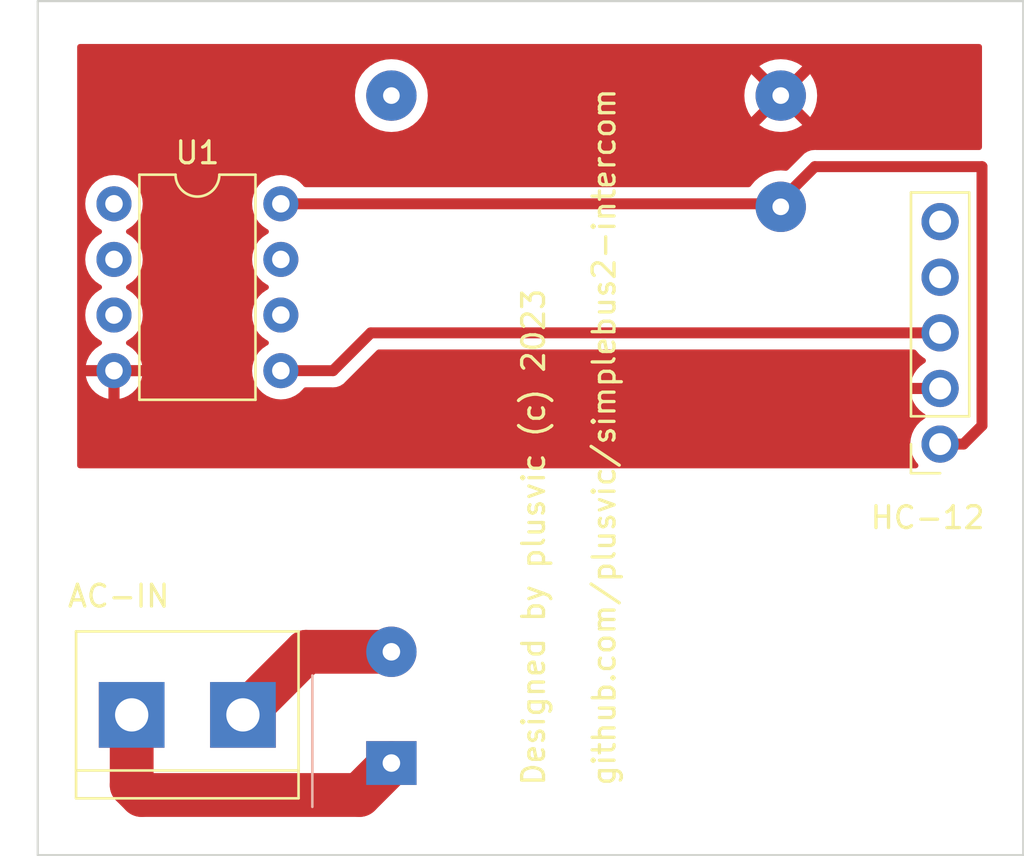
<source format=kicad_pcb>
(kicad_pcb (version 20211014) (generator pcbnew)
  (layers (0 "F.Cu" signal) (31 "B.Cu" signal) (34 "B.Paste" user) (35 "F.Paste" user) (36 "B.SilkS" user "B.Silkscreen") (37 "F.SilkS" user "F.Silkscreen") (38 "B.Mask" user) (39 "F.Mask" user) (44 "Edge.Cuts" user))
  (net 0 "")
  (net 4 "Net-(J1-Pad3)")
  (net 7 "Vcc")
  (net 8 "GND")
  (net 11 "Net-(J2-Pad1)")
  (net 13 "Net-(PS1-Pad3)")
  (footprint "TerminalBlock:TerminalBlock_bornier-2_P5.08mm" (layer "F.Cu") (at 32.290015 60.595007)
    (fp_text reference "AC-IN" (at -0.595444 -5.422014) (layer "F.SilkS"))
    (fp_text value "Screw_Terminal_01x02")
    (fp_line (start 7.62 -3.81) (end -2.54 -3.81) (layer "F.SilkS") (width 0.12))
    (fp_line (start -2.54 -3.81) (end -2.54 3.81) (layer "F.SilkS") (width 0.12))
    (fp_line (start 7.62 2.54) (end -2.54 2.54) (layer "F.SilkS") (width 0.12))
    (fp_line (start 7.62 3.81) (end 7.62 -3.81) (layer "F.SilkS") (width 0.12))
    (fp_line (start -2.54 3.81) (end 7.62 3.81) (layer "F.SilkS") (width 0.12))
    (pad "1" thru_hole rect (at 0 0) (size 3 3) (drill 1.52) (layers *.Cu *.Mask) (net 11 "Net-(J2-Pad1)"))
    (pad "2" thru_hole rect (at 5.08 0) (size 3 3) (drill 1.52) (layers *.Cu *.Mask) (net 13 "Net-(PS1-Pad3)"))
  )
  (footprint "Package_DIP:DIP-8_W7.62mm" (layer "F.Cu") (at 31.482062 37.256538)
    (fp_text reference "U1" (at 3.81 -2.33) (layer "F.SilkS"))
    (fp_text value "ATtiny13-20P")
    (fp_line (start 6.46 8.95) (end 6.46 -1.33) (layer "F.SilkS") (width 0.12))
    (fp_line (start 1.16 -1.33) (end 1.16 8.95) (layer "F.SilkS") (width 0.12))
    (fp_line (start 6.46 -1.33) (end 4.81 -1.33) (layer "F.SilkS") (width 0.12))
    (fp_line (start 1.16 8.95) (end 6.46 8.95) (layer "F.SilkS") (width 0.12))
    (fp_line (start 2.81 -1.33) (end 1.16 -1.33) (layer "F.SilkS") (width 0.12))
    (fp_arc (start 4.81 -1.33) (mid 3.81 -0.33) (end 2.81 -1.33) (layer "F.SilkS") (width 0.12))
    (pad "1" thru_hole circle (at 0 0) (size 1.6 1.6) (drill 0.8) (layers *.Cu *.Mask))
    (pad "2" thru_hole oval (at 0 2.54) (size 1.6 1.6) (drill 0.8) (layers *.Cu *.Mask))
    (pad "3" thru_hole oval (at 0 5.08) (size 1.6 1.6) (drill 0.8) (layers *.Cu *.Mask))
    (pad "4" thru_hole oval (at 0 7.62) (size 1.6 1.6) (drill 0.8) (layers *.Cu *.Mask) (net 8 "GND"))
    (pad "5" thru_hole oval (at 7.62 7.62) (size 1.6 1.6) (drill 0.8) (layers *.Cu *.Mask) (net 4 "Net-(J1-Pad3)"))
    (pad "6" thru_hole oval (at 7.62 5.08) (size 1.6 1.6) (drill 0.8) (layers *.Cu *.Mask))
    (pad "7" thru_hole oval (at 7.62 2.54) (size 1.6 1.6) (drill 0.8) (layers *.Cu *.Mask))
    (pad "8" thru_hole oval (at 7.62 0) (size 1.6 1.6) (drill 0.8) (layers *.Cu *.Mask) (net 7 "Vcc"))
  )
  (footprint "Connector_PinSocket_2.54mm:PinSocket_1x05_P2.54mm_Vertical" (layer "F.Cu") (at 69.206823 48.23 180)
    (fp_text reference "HC-12" (at 0.569838 -3.357387) (layer "F.SilkS"))
    (fp_text value "Conn_01x05_Female" hide)
    (fp_line (start 1.33 1.27) (end 1.33 11.49) (layer "F.SilkS") (width 0.12))
    (fp_line (start -1.33 1.27) (end 1.33 1.27) (layer "F.SilkS") (width 0.12))
    (fp_line (start 1.33 -1.33) (end 1.33 0) (layer "F.SilkS") (width 0.12))
    (fp_line (start -1.33 11.49) (end 1.33 11.49) (layer "F.SilkS") (width 0.12))
    (fp_line (start -1.33 1.27) (end -1.33 11.49) (layer "F.SilkS") (width 0.12))
    (fp_line (start 0 -1.33) (end 1.33 -1.33) (layer "F.SilkS") (width 0.12))
    (pad "1" thru_hole circle (at 0 0 180) (size 1.7 1.7) (drill 1) (layers *.Cu *.Mask) (net 7 "Vcc"))
    (pad "2" thru_hole oval (at 0 2.54 180) (size 1.7 1.7) (drill 1) (layers *.Cu *.Mask) (net 8 "GND"))
    (pad "3" thru_hole oval (at 0 5.08 180) (size 1.7 1.7) (drill 1) (layers *.Cu *.Mask) (net 4 "Net-(J1-Pad3)"))
    (pad "4" thru_hole oval (at 0 7.62 180) (size 1.7 1.7) (drill 1) (layers *.Cu *.Mask))
    (pad "5" thru_hole oval (at 0 10.16 180) (size 1.7 1.7) (drill 1) (layers *.Cu *.Mask))
  )
  (footprint "Converter_ACDC:Custom_Converter_ACDC_MeanWell_IRM-03-xx_THT" (layer "B.Cu") (at 44.149574 62.794667)
    (fp_text reference "PS1" hide)
    (fp_text value "IRM-03-3.3")
    (fp_line (start -3.61 2) (end -3.61 -4) (layer "B.SilkS") (width 0.12))
    (pad "1" thru_hole rect locked (at 0 0) (size 2.3 2) (drill 0.8) (layers *.Cu *.Mask) (net 11 "Net-(J2-Pad1)"))
    (pad "3" thru_hole circle locked (at 0 -5.08) (size 2.3 2.3) (drill 0.8) (layers *.Cu *.Mask) (net 13 "Net-(PS1-Pad3)"))
    (pad "5" thru_hole circle locked (at 0 -30.48) (size 2.3 2.3) (drill 0.76) (layers *.Cu *.Mask))
    (pad "14" thru_hole circle locked (at 17.78 -30.48) (size 2.3 2.3) (drill 0.76) (layers *.Cu *.Mask) (net 8 "GND"))
    (pad "16" thru_hole circle locked (at 17.78 -25.4) (size 2.3 2.3) (drill 0.76) (layers *.Cu *.Mask) (net 7 "Vcc"))
  )
  (gr_rect (start 28 28) (end 73 67) (layer "Edge.Cuts") (width 0.1) (fill none))
  (gr_text "Designed by plusvic (c) 2023\n\ngithub.com/plusvic/simplebus2-intercom" (at 52.251356 63.908931 90) (layer "F.SilkS") (effects (font (size 1 1)) (justify left)))
  (segment (start 41.483462 44.876538) (end 43.21 43.15) (width 0.5) (layer "F.Cu") (net 4))
  (segment (start 43.21 43.15) (end 69.206823 43.15) (width 0.5) (layer "F.Cu") (net 4))
  (segment (start 39.102062 44.876538) (end 41.483462 44.876538) (width 0.5) (layer "F.Cu") (net 4))
  (segment (start 69.206823 48.23) (end 70.272875 48.23) (width 0.5) (layer "F.Cu") (net 7))
  (segment (start 61.791445 37.256538) (end 63.487983 35.56) (width 0.5) (layer "F.Cu") (net 7))
  (segment (start 71.12 47.382875) (end 71.12 45.72) (width 0.5) (layer "F.Cu") (net 7))
  (segment (start 63.487983 35.56) (end 71.12 35.56) (width 0.5) (layer "F.Cu") (net 7))
  (segment (start 61.791445 37.256538) (end 61.929574 37.394667) (width 0.25) (layer "F.Cu") (net 7))
  (segment (start 71.12 35.56) (end 71.12 45.72) (width 0.5) (layer "F.Cu") (net 7))
  (segment (start 70.272875 48.23) (end 71.12 47.382875) (width 0.5) (layer "F.Cu") (net 7))
  (segment (start 39.102062 37.256538) (end 61.791445 37.256538) (width 0.5) (layer "F.Cu") (net 7))
  (segment (start 42.689695 64.254546) (end 32.73981 64.254546) (width 2) (layer "F.Cu") (net 11))
  (segment (start 32.73981 64.254546) (end 32.290015 63.804751) (width 2) (layer "F.Cu") (net 11))
  (segment (start 44.149574 62.794667) (end 42.689695 64.254546) (width 2) (layer "F.Cu") (net 11))
  (segment (start 32.290015 63.804751) (end 32.290015 60.595007) (width 2) (layer "F.Cu") (net 11))
  (segment (start 40.250355 57.714667) (end 44.149574 57.714667) (width 2) (layer "F.Cu") (net 13))
  (segment (start 37.370015 60.595007) (end 40.250355 57.714667) (width 2) (layer "F.Cu") (net 13))
  (zone (net 8) (net_name "GND") (layer "F.Cu") (connect_pads (clearance 0.508)) (min_thickness 0.254) (fill yes (thermal_gap 0.508) (thermal_bridge_width 0.508))
    (polygon (pts (xy 71.12 49.336555) (xy 29.799947 49.336555) (xy 29.799946 29.958548) (xy 71.12 29.958548)))
  )
)
</source>
